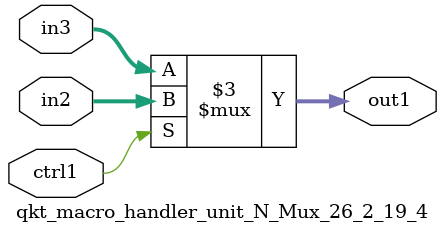
<source format=v>

`timescale 1ps / 1ps


module qkt_macro_handler_unit_N_Mux_26_2_19_4( in3, in2, ctrl1, out1 );

    input [25:0] in3;
    input [25:0] in2;
    input ctrl1;
    output [25:0] out1;
    reg [25:0] out1;

    
    // rtl_process:qkt_macro_handler_unit_N_Mux_26_2_19_4/qkt_macro_handler_unit_N_Mux_26_2_19_4_thread_1
    always @*
      begin : qkt_macro_handler_unit_N_Mux_26_2_19_4_thread_1
        case (ctrl1) 
          1'b1: 
            begin
              out1 = in2;
            end
          default: 
            begin
              out1 = in3;
            end
        endcase
      end

endmodule



</source>
